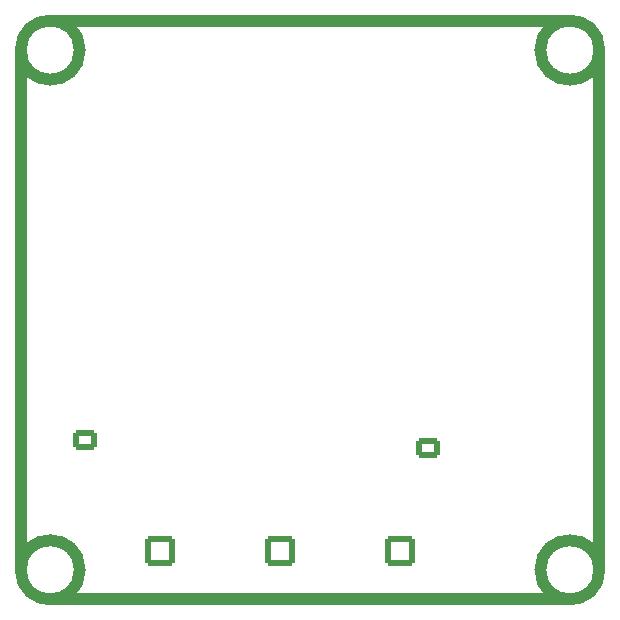
<source format=gbr>
%TF.GenerationSoftware,KiCad,Pcbnew,9.0.1*%
%TF.CreationDate,2025-05-27T02:43:24+02:00*%
%TF.ProjectId,LEDController,4c454443-6f6e-4747-926f-6c6c65722e6b,1*%
%TF.SameCoordinates,Original*%
%TF.FileFunction,Legend,Bot*%
%TF.FilePolarity,Positive*%
%FSLAX46Y46*%
G04 Gerber Fmt 4.6, Leading zero omitted, Abs format (unit mm)*
G04 Created by KiCad (PCBNEW 9.0.1) date 2025-05-27 02:43:24*
%MOMM*%
%LPD*%
G01*
G04 APERTURE LIST*
G04 Aperture macros list*
%AMRoundRect*
0 Rectangle with rounded corners*
0 $1 Rounding radius*
0 $2 $3 $4 $5 $6 $7 $8 $9 X,Y pos of 4 corners*
0 Add a 4 corners polygon primitive as box body*
4,1,4,$2,$3,$4,$5,$6,$7,$8,$9,$2,$3,0*
0 Add four circle primitives for the rounded corners*
1,1,$1+$1,$2,$3*
1,1,$1+$1,$4,$5*
1,1,$1+$1,$6,$7*
1,1,$1+$1,$8,$9*
0 Add four rect primitives between the rounded corners*
20,1,$1+$1,$2,$3,$4,$5,0*
20,1,$1+$1,$4,$5,$6,$7,0*
20,1,$1+$1,$6,$7,$8,$9,0*
20,1,$1+$1,$8,$9,$2,$3,0*%
G04 Aperture macros list end*
%ADD10C,1.000000*%
%ADD11C,3.200000*%
%ADD12R,1.700000X1.700000*%
%ADD13C,1.700000*%
%ADD14R,2.000000X1.905000*%
%ADD15O,2.000000X1.905000*%
%ADD16RoundRect,0.250000X0.725000X-0.600000X0.725000X0.600000X-0.725000X0.600000X-0.725000X-0.600000X0*%
%ADD17O,1.950000X1.700000*%
%ADD18RoundRect,0.250000X-1.050000X-1.050000X1.050000X-1.050000X1.050000X1.050000X-1.050000X1.050000X0*%
%ADD19C,2.600000*%
%ADD20C,0.650000*%
%ADD21O,2.100000X1.000000*%
%ADD22O,1.800000X1.000000*%
G04 APERTURE END LIST*
D10*
X90500000Y-52000000D02*
G75*
G02*
X85500000Y-52000000I-2500000J0D01*
G01*
X85500000Y-52000000D02*
G75*
G02*
X90500000Y-52000000I2500000J0D01*
G01*
X134500000Y-96000000D02*
G75*
G02*
X129500000Y-96000000I-2500000J0D01*
G01*
X129500000Y-96000000D02*
G75*
G02*
X134500000Y-96000000I2500000J0D01*
G01*
X134500000Y-52000000D02*
G75*
G02*
X129500000Y-52000000I-2500000J0D01*
G01*
X129500000Y-52000000D02*
G75*
G02*
X134500000Y-52000000I2500000J0D01*
G01*
X90500000Y-96000000D02*
G75*
G02*
X85500000Y-96000000I-2500000J0D01*
G01*
X85500000Y-96000000D02*
G75*
G02*
X90500000Y-96000000I2500000J0D01*
G01*
X85500000Y-52000000D02*
X85500000Y-96000000D01*
X88000000Y-98500000D02*
X132000000Y-98500000D01*
X134500000Y-96000000D02*
X134500000Y-52000000D01*
X132000000Y-49500000D02*
X88000000Y-49500000D01*
%LPC*%
D11*
%TO.C,H2*%
X132000000Y-52000000D03*
%TD*%
D12*
%TO.C,J9*%
X131750000Y-57490000D03*
D13*
X131750000Y-60030000D03*
X131750000Y-62570000D03*
X131750000Y-65110000D03*
X131750000Y-67650000D03*
X131750000Y-70190000D03*
X131750000Y-72730000D03*
X131750000Y-75270000D03*
X131750000Y-77810000D03*
X131750000Y-80350000D03*
X131750000Y-82890000D03*
X131750000Y-85430000D03*
X131750000Y-87970000D03*
X131750000Y-90510000D03*
%TD*%
D14*
%TO.C,Q4*%
X115443000Y-85852000D03*
D15*
X115443000Y-83312000D03*
X115443000Y-80772000D03*
%TD*%
D11*
%TO.C,H4*%
X88000000Y-96000000D03*
%TD*%
D16*
%TO.C,J1*%
X90915000Y-85050000D03*
D17*
X90915000Y-82550000D03*
X90915000Y-80050000D03*
X90915000Y-77550000D03*
X90915000Y-75050000D03*
%TD*%
D18*
%TO.C,J3*%
X107455000Y-94406500D03*
D19*
X112535000Y-94406500D03*
%TD*%
D14*
%TO.C,Q3*%
X110242000Y-85852000D03*
D15*
X110242000Y-83312000D03*
X110242000Y-80772000D03*
%TD*%
D18*
%TO.C,J2*%
X97295000Y-94406500D03*
D19*
X102375000Y-94406500D03*
%TD*%
D16*
%TO.C,J6*%
X119998000Y-85685000D03*
D17*
X119998000Y-83185000D03*
X119998000Y-80685000D03*
%TD*%
D14*
%TO.C,Q2*%
X105041000Y-85852000D03*
D15*
X105041000Y-83312000D03*
X105041000Y-80772000D03*
%TD*%
D11*
%TO.C,H1*%
X88000000Y-52000000D03*
%TD*%
D14*
%TO.C,Q1*%
X99840000Y-85830000D03*
D15*
X99840000Y-83290000D03*
X99840000Y-80750000D03*
%TD*%
D20*
%TO.C,J5*%
X91350000Y-63404000D03*
X91350000Y-69184000D03*
D21*
X91850000Y-61974000D03*
D22*
X87670000Y-61974000D03*
D21*
X91850000Y-70614000D03*
D22*
X87670000Y-70614000D03*
%TD*%
D11*
%TO.C,H3*%
X132000000Y-96000000D03*
%TD*%
D18*
%TO.C,J4*%
X117615000Y-94406500D03*
D19*
X122695000Y-94406500D03*
%TD*%
%LPD*%
M02*

</source>
